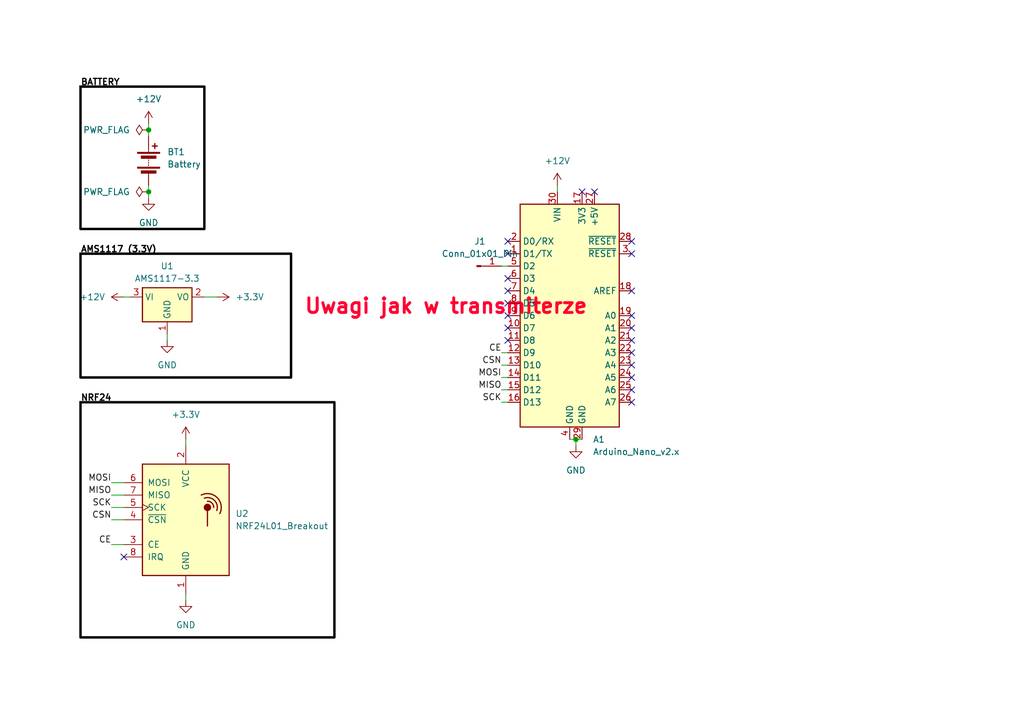
<source format=kicad_sch>
(kicad_sch (version 20230121) (generator eeschema)
  (paper "A5")
  (title_block (title "Arduino Nano Radio Receiver") (date "2023-09-24") (rev "0") (company "N/A") (comment 1 "N/A"))
  (lib_symbols
    (symbol "Connector:Conn_01x01_Pin" (pin_names (offset 1.016) hide)
      (property "Reference" "J" (at 0 2.54 0))
      (property "Value" "Conn_01x01_Pin" (at 0 -2.54 0))
      (symbol "Conn_01x01_Pin_1_1"
        (polyline (pts (xy 1.27 0) (xy 0.8636 0)) (stroke (width 0.1524)))
        (rectangle (start 0.8636 0.127) (end 0 -0.127) (stroke (width 0.1524)) (fill (type outline)))
        (pin passive line (at 5.08 0 180) (length 3.81) (name "Pin_1") (number "1"))
      )
    )
    (symbol "Device:Battery" (pin_numbers hide) (pin_names (offset 0) hide)
      (property "Reference" "BT" (at 2.54 2.54 0))
      (property "Value" "Battery" (at 2.54 0 0))
      (symbol "Battery_0_1"
        (rectangle (start -2.286 -1.27) (end 2.286 -1.524) (fill (type outline)))
        (rectangle (start -2.286 1.778) (end 2.286 1.524) (fill (type outline)))
        (rectangle (start -1.524 -2.032) (end 1.524 -2.54) (fill (type outline)))
        (rectangle (start -1.524 1.016) (end 1.524 0.508) (fill (type outline)))
        (polyline (pts (xy 0 -1.016) (xy 0 -0.762)))
        (polyline (pts (xy 0 -0.508) (xy 0 -0.254)))
        (polyline (pts (xy 0 0) (xy 0 0.254)))
        (polyline (pts (xy 0 1.778) (xy 0 2.54)))
        (polyline (pts (xy 0.762 3.048) (xy 1.778 3.048)) (stroke (width 0.254)))
        (polyline (pts (xy 1.27 3.556) (xy 1.27 2.54)) (stroke (width 0.254)))
      )
      (symbol "Battery_1_1"
        (pin passive line (at 0 5.08 270) (length 2.54) (name "+") (number "1"))
        (pin passive line (at 0 -5.08 90) (length 2.54) (name "-") (number "2"))
      )
    )
    (symbol "MCU_Module:Arduino_Nano_v2.x"
      (property "Reference" "A" (at -10.16 23.495 0))
      (property "Value" "Arduino_Nano_v2.x" (at 5.08 -24.13 0))
      (symbol "Arduino_Nano_v2.x_0_1"
        (rectangle (start -10.16 22.86) (end 10.16 -22.86) (stroke (width 0.254)) (fill (type background)))
      )
      (symbol "Arduino_Nano_v2.x_1_1"
        (pin bidirectional line (at -12.7 12.7 0) (length 2.54) (name "D1/TX") (number "1"))
        (pin bidirectional line (at -12.7 -2.54 0) (length 2.54) (name "D7") (number "10"))
        (pin bidirectional line (at -12.7 -5.08 0) (length 2.54) (name "D8") (number "11"))
        (pin bidirectional line (at -12.7 -7.62 0) (length 2.54) (name "D9") (number "12"))
        (pin bidirectional line (at -12.7 -10.16 0) (length 2.54) (name "D10") (number "13"))
        (pin bidirectional line (at -12.7 -12.7 0) (length 2.54) (name "D11") (number "14"))
        (pin bidirectional line (at -12.7 -15.24 0) (length 2.54) (name "D12") (number "15"))
        (pin bidirectional line (at -12.7 -17.78 0) (length 2.54) (name "D13") (number "16"))
        (pin power_out line (at 2.54 25.4 270) (length 2.54) (name "3V3") (number "17"))
        (pin input line (at 12.7 5.08 180) (length 2.54) (name "AREF") (number "18"))
        (pin bidirectional line (at 12.7 0 180) (length 2.54) (name "A0") (number "19"))
        (pin bidirectional line (at -12.7 15.24 0) (length 2.54) (name "D0/RX") (number "2"))
        (pin bidirectional line (at 12.7 -2.54 180) (length 2.54) (name "A1") (number "20"))
        (pin bidirectional line (at 12.7 -5.08 180) (length 2.54) (name "A2") (number "21"))
        (pin bidirectional line (at 12.7 -7.62 180) (length 2.54) (name "A3") (number "22"))
        (pin bidirectional line (at 12.7 -10.16 180) (length 2.54) (name "A4") (number "23"))
        (pin bidirectional line (at 12.7 -12.7 180) (length 2.54) (name "A5") (number "24"))
        (pin bidirectional line (at 12.7 -15.24 180) (length 2.54) (name "A6") (number "25"))
        (pin bidirectional line (at 12.7 -17.78 180) (length 2.54) (name "A7") (number "26"))
        (pin power_out line (at 5.08 25.4 270) (length 2.54) (name "+5V") (number "27"))
        (pin input line (at 12.7 15.24 180) (length 2.54) (name "~{RESET}") (number "28"))
        (pin power_in line (at 2.54 -25.4 90) (length 2.54) (name "GND") (number "29"))
        (pin input line (at 12.7 12.7 180) (length 2.54) (name "~{RESET}") (number "3"))
        (pin power_in line (at -2.54 25.4 270) (length 2.54) (name "VIN") (number "30"))
        (pin power_in line (at 0 -25.4 90) (length 2.54) (name "GND") (number "4"))
        (pin bidirectional line (at -12.7 10.16 0) (length 2.54) (name "D2") (number "5"))
        (pin bidirectional line (at -12.7 7.62 0) (length 2.54) (name "D3") (number "6"))
        (pin bidirectional line (at -12.7 5.08 0) (length 2.54) (name "D4") (number "7"))
        (pin bidirectional line (at -12.7 2.54 0) (length 2.54) (name "D5") (number "8"))
        (pin bidirectional line (at -12.7 0 0) (length 2.54) (name "D6") (number "9"))
      )
    )
    (symbol "RF:NRF24L01_Breakout" (pin_names (offset 1.016))
      (property "Reference" "U" (at -8.89 12.7 0))
      (property "Value" "NRF24L01_Breakout" (at 3.81 12.7 0))
      (symbol "NRF24L01_Breakout_0_1"
        (rectangle (start -8.89 11.43) (end 8.89 -11.43) (stroke (width 0.254)) (fill (type background)))
        (polyline (pts (xy 4.445 1.905) (xy 4.445 -1.27)) (stroke (width 0.254)))
        (circle (center 4.445 2.54) (radius 0.635) (stroke (width 0.254)) (fill (type outline)))
        (arc (start 5.715 2.54) (mid 5.3521 3.4546) (end 4.445 3.81) (stroke (width 0.254)))
        (arc (start 6.35 1.905) (mid 5.8763 3.9854) (end 3.81 4.445) (stroke (width 0.254)))
        (arc (start 6.985 1.27) (mid 6.453 4.548) (end 3.175 5.08) (stroke (width 0.254)))
      )
      (symbol "NRF24L01_Breakout_1_1"
        (pin power_in line (at 0 -15.24 90) (length 3.81) (name "GND") (number "1"))
        (pin power_in line (at 0 15.24 270) (length 3.81) (name "VCC") (number "2"))
        (pin input line (at -12.7 -5.08 0) (length 3.81) (name "CE") (number "3"))
        (pin input line (at -12.7 0 0) (length 3.81) (name "~{CSN}") (number "4"))
        (pin input clock (at -12.7 2.54 0) (length 3.81) (name "SCK") (number "5"))
        (pin input line (at -12.7 7.62 0) (length 3.81) (name "MOSI") (number "6"))
        (pin output line (at -12.7 5.08 0) (length 3.81) (name "MISO") (number "7"))
        (pin output line (at -12.7 -7.62 0) (length 3.81) (name "IRQ") (number "8"))
      )
    )
    (symbol "Regulator_Linear:AMS1117-3.3"
      (property "Reference" "U" (at -3.81 3.175 0))
      (property "Value" "AMS1117-3.3" (at 0 3.175 0))
      (symbol "AMS1117-3.3_0_1"
        (rectangle (start -5.08 -5.08) (end 5.08 1.905) (stroke (width 0.254)) (fill (type background)))
      )
      (symbol "AMS1117-3.3_1_1"
        (pin power_in line (at 0 -7.62 90) (length 2.54) (name "GND") (number "1"))
        (pin power_out line (at 7.62 0 180) (length 2.54) (name "VO") (number "2"))
        (pin power_in line (at -7.62 0 0) (length 2.54) (name "VI") (number "3"))
      )
    )
    (symbol "power:+12V" (power) (pin_names (offset 0))
      (property "Value" "+12V" (at 0 3.556 0))
      (symbol "+12V_0_1"
        (polyline (pts (xy -0.762 1.27) (xy 0 2.54)))
        (polyline (pts (xy 0 0) (xy 0 2.54)))
        (polyline (pts (xy 0 2.54) (xy 0.762 1.27)))
      )
      (symbol "+12V_1_1"
        (pin power_in line (at 0 0 90) (length 0) hide (name "+12V") (number "1"))
      )
    )
    (symbol "power:+3.3V" (power) (pin_names (offset 0))
      (property "Value" "+3.3V" (at 0 3.556 0))
      (symbol "+3.3V_0_1"
        (polyline (pts (xy -0.762 1.27) (xy 0 2.54)))
        (polyline (pts (xy 0 0) (xy 0 2.54)))
        (polyline (pts (xy 0 2.54) (xy 0.762 1.27)))
      )
      (symbol "+3.3V_1_1"
        (pin power_in line (at 0 0 90) (length 0) hide (name "+3.3V") (number "1"))
      )
    )
    (symbol "power:GND" (power) (pin_names (offset 0))
      (property "Value" "GND" (at 0 -3.81 0))
      (symbol "GND_0_1"
        (polyline (pts (xy 0 0) (xy 0 -1.27) (xy 1.27 -1.27) (xy 0 -2.54) (xy -1.27 -1.27) (xy 0 -1.27)))
      )
      (symbol "GND_1_1"
        (pin power_in line (at 0 0 270) (length 0) hide (name "GND") (number "1"))
      )
    )
    (symbol "power:PWR_FLAG" (power) (pin_numbers hide) (pin_names (offset 0) hide)
      (property "Value" "PWR_FLAG" (at 0 3.81 0))
      (symbol "PWR_FLAG_0_0"
        (pin power_out line (at 0 0 90) (length 0) (name "pwr") (number "1"))
      )
      (symbol "PWR_FLAG_0_1"
        (polyline (pts (xy 0 0) (xy 0 1.27) (xy -1.016 1.905) (xy 0 2.54) (xy 1.016 1.905) (xy 0 1.27)))
      )
    )
  )
  (junction (at 30.48 26.67))
  (junction (at 118.11 90.17))
  (junction (at 30.48 39.37))
  (no_connect (at 104.14 57.15))
  (no_connect (at 129.54 67.31))
  (no_connect (at 129.54 64.77))
  (no_connect (at 25.4 114.3))
  (no_connect (at 119.38 39.37))
  (no_connect (at 129.54 74.93))
  (no_connect (at 129.54 52.07))
  (no_connect (at 129.54 72.39))
  (no_connect (at 104.14 62.23))
  (no_connect (at 104.14 69.85))
  (no_connect (at 104.14 64.77))
  (no_connect (at 129.54 59.69))
  (no_connect (at 104.14 59.69))
  (no_connect (at 104.14 67.31))
  (no_connect (at 129.54 82.55))
  (no_connect (at 129.54 80.01))
  (no_connect (at 104.14 52.07))
  (no_connect (at 129.54 77.47))
  (no_connect (at 104.14 49.53))
  (no_connect (at 121.92 39.37))
  (no_connect (at 129.54 69.85))
  (no_connect (at 129.54 49.53))
  (wire (pts (xy 22.86 101.6) (xy 25.4 101.6)))
  (wire (pts (xy 22.86 111.76) (xy 25.4 111.76)))
  (wire (pts (xy 102.87 82.55) (xy 104.14 82.55)))
  (wire (pts (xy 102.87 77.47) (xy 104.14 77.47)))
  (wire (pts (xy 102.87 72.39) (xy 104.14 72.39)))
  (wire (pts (xy 30.48 26.67) (xy 30.48 27.94)))
  (wire (pts (xy 30.48 25.4) (xy 30.48 26.67)))
  (wire (pts (xy 118.11 90.17) (xy 119.38 90.17)))
  (wire (pts (xy 41.91 60.96) (xy 44.45 60.96)))
  (wire (pts (xy 102.87 54.61) (xy 104.14 54.61)))
  (wire (pts (xy 22.86 99.06) (xy 25.4 99.06)))
  (wire (pts (xy 102.87 80.01) (xy 104.14 80.01)))
  (wire (pts (xy 118.11 90.17) (xy 118.11 91.44)))
  (wire (pts (xy 116.84 90.17) (xy 118.11 90.17)))
  (wire (pts (xy 38.1 90.17) (xy 38.1 91.44)))
  (wire (pts (xy 22.86 104.14) (xy 25.4 104.14)))
  (wire (pts (xy 30.48 38.1) (xy 30.48 39.37)))
  (wire (pts (xy 25.4 60.96) (xy 26.67 60.96)))
  (wire (pts (xy 102.87 74.93) (xy 104.14 74.93)))
  (wire (pts (xy 22.86 106.68) (xy 25.4 106.68)))
  (wire (pts (xy 38.1 121.92) (xy 38.1 123.19)))
  (wire (pts (xy 34.29 68.58) (xy 34.29 69.85)))
  (wire (pts (xy 30.48 39.37) (xy 30.48 40.64)))
  (wire (pts (xy 114.3 38.1) (xy 114.3 39.37)))
  (rectangle (start 16.51 17.78) (end 41.91 46.99) (stroke (width 0.5) (color 0 0 0 1)))
  (rectangle (start 16.51 82.55) (end 68.58 130.81) (stroke (width 0.5) (color 0 0 0 1)))
  (rectangle (start 16.51 52.07) (end 59.69 77.47) (stroke (width 0.5) (color 0 0 0 1)))
  (text "AMS1117 (3.3V)" (at 16.51 52.07 0) (effects (font (size 1.27 1.27) (thickness 0.254) bold) (justify left bottom)))
  (text "Uwagi jak w transmiterze" (at 62.23 64.77 0) (effects (font (size 3 3) (thickness 0.6) bold) (justify left bottom)))
  (text "NRF24" (at 16.51 82.55 0) (effects (font (size 1.27 1.27) (thickness 0.254) bold) (justify left bottom)))
  (text "BATTERY" (at 16.51 17.78 0) (effects (font (size 1.27 1.27) (thickness 0.254) bold) (justify left bottom)))
  (label "SCK" (at 102.87 82.55 180))
  (label "SCK" (at 22.86 104.14 180))
  (label "MOSI" (at 102.87 77.47 180))
  (label "CSN" (at 22.86 106.68 180))
  (label "CE" (at 102.87 72.39 180))
  (label "MOSI" (at 22.86 99.06 180))
  (label "MISO" (at 22.86 101.6 180))
  (label "CE" (at 22.86 111.76 180))
  (label "MISO" (at 102.87 80.01 180))
  (label "CSN" (at 102.87 74.93 180))
  (symbol (lib_id "power:+12V") (at 30.48 25.4 0) (unit 1)
    (property "Reference" "#PWR02" (effects hide))
    (property "Value" "+12V" (at 30.48 20.32 0))
  )
  (symbol (lib_id "power:PWR_FLAG") (at 30.48 26.67 90) (unit 1)
    (property "Reference" "#FLG01" (effects hide))
    (property "Value" "PWR_FLAG" (at 26.67 26.67 90) (effects (justify left)))
  )
  (symbol (lib_id "MCU_Module:Arduino_Nano_v2.x") (at 116.84 64.77 0) (unit 1)
    (property "Reference" "A1" (at 121.5741 90.17 0) (effects (justify left)))
    (property "Value" "Arduino_Nano_v2.x" (at 121.5741 92.71 0) (effects (justify left)))
    (property "Footprint" "Module:Arduino_Nano" (effects hide))
    (property "Datasheet" "https://www.arduino.cc/en/uploads/Main/ArduinoNanoManual23.pdf" (effects hide))
  )
  (symbol (lib_id "power:GND") (at 30.48 40.64 0) (unit 1)
    (property "Reference" "#PWR03" (effects hide))
    (property "Value" "GND" (at 30.48 45.72 0))
  )
  (symbol (lib_id "Device:Battery") (at 30.48 33.02 0) (unit 1)
    (property "Reference" "BT1" (at 34.29 31.1785 0) (effects (justify left)))
    (property "Value" "Battery" (at 34.29 33.7185 0) (effects (justify left)))
    (property "Footprint" "Connector_PinHeader_2.54mm:PinHeader_1x02_P2.54mm_Vertical" (effects hide))
  )
  (symbol (lib_id "Regulator_Linear:AMS1117-3.3") (at 34.29 60.96 0) (unit 1)
    (property "Reference" "U1" (at 34.29 54.61 0))
    (property "Value" "AMS1117-3.3" (at 34.29 57.15 0))
    (property "Footprint" "Connector_PinSocket_2.54mm:PinSocket_1x03_P2.54mm_Vertical" (effects hide))
    (property "Datasheet" "http://www.advanced-monolithic.com/pdf/ds1117.pdf" (effects hide))
  )
  (symbol (lib_id "power:PWR_FLAG") (at 30.48 39.37 90) (unit 1)
    (property "Reference" "#FLG02" (effects hide))
    (property "Value" "PWR_FLAG" (at 26.67 39.37 90) (effects (justify left)))
  )
  (symbol (lib_id "power:GND") (at 118.11 91.44 0) (unit 1)
    (property "Reference" "#PWR09" (effects hide))
    (property "Value" "GND" (at 118.11 96.52 0))
  )
  (symbol (lib_id "power:+3.3V") (at 38.1 90.17 0) (unit 1)
    (property "Reference" "#PWR05" (effects hide))
    (property "Value" "+3.3V" (at 38.1 85.09 0))
  )
  (symbol (lib_id "power:GND") (at 34.29 69.85 0) (unit 1)
    (property "Reference" "#PWR04" (effects hide))
    (property "Value" "GND" (at 34.29 74.93 0))
  )
  (symbol (lib_id "power:GND") (at 38.1 123.19 0) (unit 1)
    (property "Reference" "#PWR06" (effects hide))
    (property "Value" "GND" (at 38.1 128.27 0))
  )
  (symbol (lib_id "power:+12V") (at 25.4 60.96 90) (unit 1)
    (property "Reference" "#PWR01" (effects hide))
    (property "Value" "+12V" (at 21.59 60.96 90) (effects (justify left)))
  )
  (symbol (lib_id "RF:NRF24L01_Breakout") (at 38.1 106.68 0) (unit 1)
    (property "Reference" "U2" (at 48.26 105.41 0) (effects (justify left)))
    (property "Value" "NRF24L01_Breakout" (at 48.26 107.95 0) (effects (justify left)))
    (property "Footprint" "RF_Module:nRF24L01_Breakout" (effects hide))
    (property "Datasheet" "http://www.nordicsemi.com/eng/content/download/2730/34105/file/nRF24L01_Product_Specification_v2_0.pdf" (effects hide))
  )
  (symbol (lib_id "power:+12V") (at 114.3 38.1 0) (unit 1)
    (property "Reference" "#PWR08" (effects hide))
    (property "Value" "+12V" (at 114.3 33.02 0))
  )
  (symbol (lib_id "Connector:Conn_01x01_Pin") (at 97.79 54.61 0) (unit 1)
    (property "Reference" "J1" (at 98.425 49.53 0))
    (property "Value" "Conn_01x01_Pin" (at 98.425 52.07 0))
    (property "Footprint" "Connector_PinHeader_2.54mm:PinHeader_1x01_P2.54mm_Vertical" (effects hide))
  )
  (symbol (lib_id "power:+3.3V") (at 44.45 60.96 270) (unit 1)
    (property "Reference" "#PWR07" (effects hide))
    (property "Value" "+3.3V" (at 48.26 60.96 90) (effects (justify left)))
  )
)
</source>
